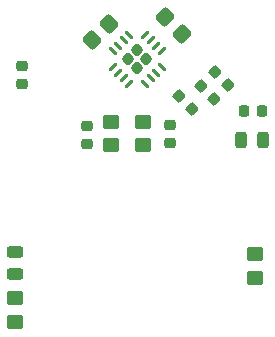
<source format=gbr>
%TF.GenerationSoftware,KiCad,Pcbnew,6.0.0*%
%TF.CreationDate,2022-03-07T01:42:13-06:00*%
%TF.ProjectId,test,74657374-2e6b-4696-9361-645f70636258,rev?*%
%TF.SameCoordinates,Original*%
%TF.FileFunction,Paste,Top*%
%TF.FilePolarity,Positive*%
%FSLAX46Y46*%
G04 Gerber Fmt 4.6, Leading zero omitted, Abs format (unit mm)*
G04 Created by KiCad (PCBNEW 6.0.0) date 2022-03-07 01:42:13*
%MOMM*%
%LPD*%
G01*
G04 APERTURE LIST*
G04 Aperture macros list*
%AMRoundRect*
0 Rectangle with rounded corners*
0 $1 Rounding radius*
0 $2 $3 $4 $5 $6 $7 $8 $9 X,Y pos of 4 corners*
0 Add a 4 corners polygon primitive as box body*
4,1,4,$2,$3,$4,$5,$6,$7,$8,$9,$2,$3,0*
0 Add four circle primitives for the rounded corners*
1,1,$1+$1,$2,$3*
1,1,$1+$1,$4,$5*
1,1,$1+$1,$6,$7*
1,1,$1+$1,$8,$9*
0 Add four rect primitives between the rounded corners*
20,1,$1+$1,$2,$3,$4,$5,0*
20,1,$1+$1,$4,$5,$6,$7,0*
20,1,$1+$1,$6,$7,$8,$9,0*
20,1,$1+$1,$8,$9,$2,$3,0*%
G04 Aperture macros list end*
%ADD10RoundRect,0.225000X-0.225000X-0.250000X0.225000X-0.250000X0.225000X0.250000X-0.225000X0.250000X0*%
%ADD11RoundRect,0.250000X0.450000X-0.350000X0.450000X0.350000X-0.450000X0.350000X-0.450000X-0.350000X0*%
%ADD12RoundRect,0.225000X-0.250000X0.225000X-0.250000X-0.225000X0.250000X-0.225000X0.250000X0.225000X0*%
%ADD13RoundRect,0.250000X-0.450000X0.350000X-0.450000X-0.350000X0.450000X-0.350000X0.450000X0.350000X0*%
%ADD14RoundRect,0.250000X0.070711X-0.565685X0.565685X-0.070711X-0.070711X0.565685X-0.565685X0.070711X0*%
%ADD15RoundRect,0.225000X0.250000X-0.225000X0.250000X0.225000X-0.250000X0.225000X-0.250000X-0.225000X0*%
%ADD16RoundRect,0.225000X0.335876X0.017678X0.017678X0.335876X-0.335876X-0.017678X-0.017678X-0.335876X0*%
%ADD17RoundRect,0.212500X-0.300520X0.000000X0.000000X-0.300520X0.300520X0.000000X0.000000X0.300520X0*%
%ADD18RoundRect,0.075000X-0.300520X0.194454X0.194454X-0.300520X0.300520X-0.194454X-0.194454X0.300520X0*%
%ADD19RoundRect,0.075000X-0.300520X-0.194454X-0.194454X-0.300520X0.300520X0.194454X0.194454X0.300520X0*%
%ADD20RoundRect,0.243750X0.456250X-0.243750X0.456250X0.243750X-0.456250X0.243750X-0.456250X-0.243750X0*%
%ADD21RoundRect,0.225000X-0.335876X-0.017678X-0.017678X-0.335876X0.335876X0.017678X0.017678X0.335876X0*%
%ADD22RoundRect,0.243750X0.243750X0.456250X-0.243750X0.456250X-0.243750X-0.456250X0.243750X-0.456250X0*%
%ADD23RoundRect,0.250000X0.565685X0.070711X0.070711X0.565685X-0.565685X-0.070711X-0.070711X-0.565685X0*%
G04 APERTURE END LIST*
D10*
%TO.C,C11*%
X130250000Y-78075000D03*
X131800000Y-78075000D03*
%TD*%
D11*
%TO.C,R3*%
X118975000Y-81000000D03*
X118975000Y-79000000D03*
%TD*%
D12*
%TO.C,C18*%
X111475000Y-74275000D03*
X111475000Y-75825000D03*
%TD*%
D13*
%TO.C,R7*%
X110850000Y-93937500D03*
X110850000Y-95937500D03*
%TD*%
D14*
%TO.C,R6*%
X117367893Y-72107107D03*
X118782107Y-70692893D03*
%TD*%
D15*
%TO.C,C13*%
X116975000Y-80875000D03*
X116975000Y-79325000D03*
%TD*%
D16*
%TO.C,C16*%
X127723008Y-77098008D03*
X126626992Y-76001992D03*
%TD*%
D17*
%TO.C,U2*%
X121947462Y-73690000D03*
X120462538Y-73690000D03*
X121205000Y-72947538D03*
X121205000Y-74432462D03*
D18*
X120515571Y-71621713D03*
X120055951Y-72081332D03*
X119596332Y-72540951D03*
X119136713Y-73000571D03*
D19*
X119136713Y-74379429D03*
X119596332Y-74839049D03*
X120055951Y-75298668D03*
X120515571Y-75758287D03*
D18*
X121894429Y-75758287D03*
X122354049Y-75298668D03*
X122813668Y-74839049D03*
X123273287Y-74379429D03*
D19*
X123273287Y-73000571D03*
X122813668Y-72540951D03*
X122354049Y-72081332D03*
X121894429Y-71621713D03*
%TD*%
D15*
%TO.C,C12*%
X123975000Y-80825000D03*
X123975000Y-79275000D03*
%TD*%
D11*
%TO.C,R2*%
X121675000Y-81000000D03*
X121675000Y-79000000D03*
%TD*%
D20*
%TO.C,D2*%
X110850000Y-91912500D03*
X110850000Y-90037500D03*
%TD*%
D11*
%TO.C,R4*%
X131175000Y-92200000D03*
X131175000Y-90200000D03*
%TD*%
D21*
%TO.C,C14*%
X124776992Y-76801992D03*
X125873008Y-77898008D03*
%TD*%
D22*
%TO.C,FB1*%
X131862500Y-80500000D03*
X129987500Y-80500000D03*
%TD*%
D16*
%TO.C,C15*%
X128923008Y-75898008D03*
X127826992Y-74801992D03*
%TD*%
D23*
%TO.C,R5*%
X124982107Y-71557107D03*
X123567893Y-70142893D03*
%TD*%
M02*

</source>
